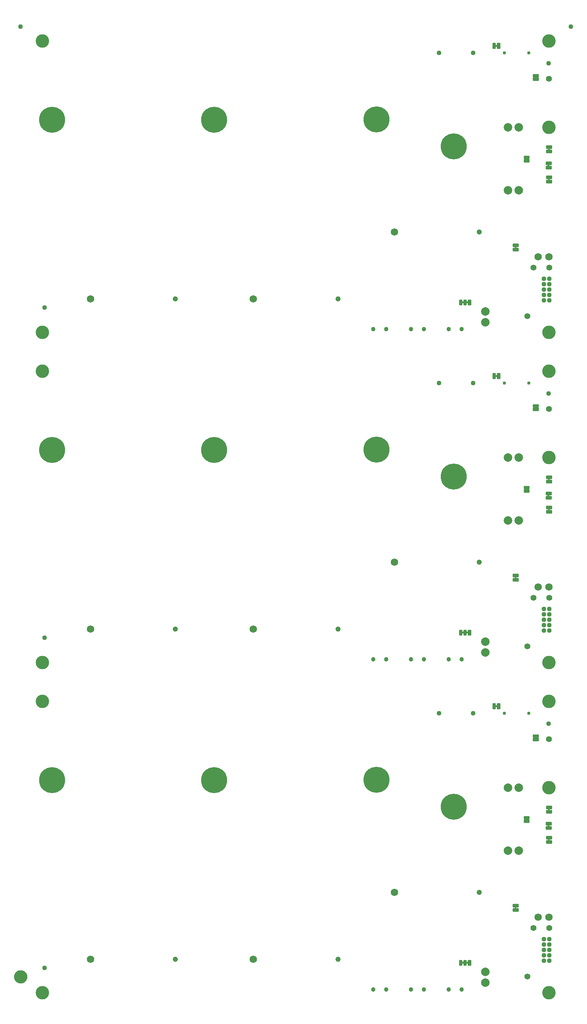
<source format=gbs>
G04 EAGLE Gerber RS-274X export*
G75*
%MOMM*%
%FSLAX34Y34*%
%LPD*%
%INSoldermask Bottom*%
%IPPOS*%
%AMOC8*
5,1,8,0,0,1.08239X$1,22.5*%
G01*
%ADD10C,6.127000*%
%ADD11C,3.175000*%
%ADD12C,1.227000*%
%ADD13C,1.727000*%
%ADD14C,0.777000*%
%ADD15C,1.127000*%
%ADD16C,1.397000*%
%ADD17C,0.228600*%
%ADD18C,2.006600*%
%ADD19C,0.228344*%
%ADD20C,1.027000*%
%ADD21C,1.270000*%
%ADD22C,1.627000*%

G36*
X1220535Y2009152D02*
X1220535Y2009152D01*
X1220601Y2009154D01*
X1220644Y2009172D01*
X1220691Y2009180D01*
X1220748Y2009214D01*
X1220808Y2009239D01*
X1220843Y2009270D01*
X1220884Y2009295D01*
X1220926Y2009346D01*
X1220974Y2009390D01*
X1220996Y2009432D01*
X1221025Y2009469D01*
X1221046Y2009531D01*
X1221077Y2009590D01*
X1221085Y2009644D01*
X1221097Y2009681D01*
X1221096Y2009721D01*
X1221104Y2009775D01*
X1221104Y2013585D01*
X1221093Y2013650D01*
X1221091Y2013716D01*
X1221073Y2013759D01*
X1221065Y2013806D01*
X1221031Y2013863D01*
X1221006Y2013923D01*
X1220975Y2013958D01*
X1220950Y2013999D01*
X1220899Y2014041D01*
X1220855Y2014089D01*
X1220813Y2014111D01*
X1220776Y2014140D01*
X1220714Y2014161D01*
X1220655Y2014192D01*
X1220601Y2014200D01*
X1220564Y2014212D01*
X1220524Y2014211D01*
X1220470Y2014219D01*
X1217930Y2014219D01*
X1217865Y2014208D01*
X1217799Y2014206D01*
X1217756Y2014188D01*
X1217709Y2014180D01*
X1217652Y2014146D01*
X1217592Y2014121D01*
X1217557Y2014090D01*
X1217516Y2014065D01*
X1217475Y2014014D01*
X1217426Y2013970D01*
X1217404Y2013928D01*
X1217375Y2013891D01*
X1217354Y2013829D01*
X1217323Y2013770D01*
X1217315Y2013716D01*
X1217303Y2013679D01*
X1217303Y2013675D01*
X1217303Y2013674D01*
X1217304Y2013639D01*
X1217296Y2013585D01*
X1217296Y2009775D01*
X1217307Y2009710D01*
X1217309Y2009644D01*
X1217327Y2009601D01*
X1217335Y2009554D01*
X1217369Y2009497D01*
X1217394Y2009437D01*
X1217425Y2009402D01*
X1217450Y2009361D01*
X1217501Y2009320D01*
X1217545Y2009271D01*
X1217587Y2009249D01*
X1217624Y2009220D01*
X1217686Y2009199D01*
X1217745Y2009168D01*
X1217799Y2009160D01*
X1217836Y2009148D01*
X1217876Y2009149D01*
X1217930Y2009141D01*
X1220470Y2009141D01*
X1220535Y2009152D01*
G37*
G36*
X1219265Y1971052D02*
X1219265Y1971052D01*
X1219331Y1971054D01*
X1219374Y1971072D01*
X1219421Y1971080D01*
X1219478Y1971114D01*
X1219538Y1971139D01*
X1219573Y1971170D01*
X1219614Y1971195D01*
X1219656Y1971246D01*
X1219704Y1971290D01*
X1219726Y1971332D01*
X1219755Y1971369D01*
X1219776Y1971431D01*
X1219807Y1971490D01*
X1219815Y1971544D01*
X1219827Y1971581D01*
X1219826Y1971621D01*
X1219834Y1971675D01*
X1219834Y1975485D01*
X1219823Y1975550D01*
X1219821Y1975616D01*
X1219803Y1975659D01*
X1219795Y1975706D01*
X1219761Y1975763D01*
X1219736Y1975823D01*
X1219705Y1975858D01*
X1219680Y1975899D01*
X1219629Y1975941D01*
X1219585Y1975989D01*
X1219543Y1976011D01*
X1219506Y1976040D01*
X1219444Y1976061D01*
X1219385Y1976092D01*
X1219331Y1976100D01*
X1219294Y1976112D01*
X1219254Y1976111D01*
X1219200Y1976119D01*
X1216660Y1976119D01*
X1216595Y1976108D01*
X1216529Y1976106D01*
X1216486Y1976088D01*
X1216439Y1976080D01*
X1216382Y1976046D01*
X1216322Y1976021D01*
X1216287Y1975990D01*
X1216246Y1975965D01*
X1216205Y1975914D01*
X1216156Y1975870D01*
X1216134Y1975828D01*
X1216105Y1975791D01*
X1216084Y1975729D01*
X1216053Y1975670D01*
X1216045Y1975616D01*
X1216033Y1975579D01*
X1216033Y1975575D01*
X1216033Y1975574D01*
X1216034Y1975539D01*
X1216026Y1975485D01*
X1216026Y1971675D01*
X1216037Y1971610D01*
X1216039Y1971544D01*
X1216057Y1971501D01*
X1216065Y1971454D01*
X1216099Y1971397D01*
X1216124Y1971337D01*
X1216155Y1971302D01*
X1216180Y1971261D01*
X1216231Y1971220D01*
X1216275Y1971171D01*
X1216317Y1971149D01*
X1216354Y1971120D01*
X1216416Y1971099D01*
X1216475Y1971068D01*
X1216529Y1971060D01*
X1216566Y1971048D01*
X1216606Y1971049D01*
X1216660Y1971041D01*
X1219200Y1971041D01*
X1219265Y1971052D01*
G37*
G36*
X1220535Y1938032D02*
X1220535Y1938032D01*
X1220601Y1938034D01*
X1220644Y1938052D01*
X1220691Y1938060D01*
X1220748Y1938094D01*
X1220808Y1938119D01*
X1220843Y1938150D01*
X1220884Y1938175D01*
X1220926Y1938226D01*
X1220974Y1938270D01*
X1220996Y1938312D01*
X1221025Y1938349D01*
X1221046Y1938411D01*
X1221077Y1938470D01*
X1221085Y1938524D01*
X1221097Y1938561D01*
X1221096Y1938601D01*
X1221104Y1938655D01*
X1221104Y1942465D01*
X1221093Y1942530D01*
X1221091Y1942596D01*
X1221073Y1942639D01*
X1221065Y1942686D01*
X1221031Y1942743D01*
X1221006Y1942803D01*
X1220975Y1942838D01*
X1220950Y1942879D01*
X1220899Y1942921D01*
X1220855Y1942969D01*
X1220813Y1942991D01*
X1220776Y1943020D01*
X1220714Y1943041D01*
X1220655Y1943072D01*
X1220601Y1943080D01*
X1220564Y1943092D01*
X1220524Y1943091D01*
X1220470Y1943099D01*
X1217930Y1943099D01*
X1217865Y1943088D01*
X1217799Y1943086D01*
X1217756Y1943068D01*
X1217709Y1943060D01*
X1217652Y1943026D01*
X1217592Y1943001D01*
X1217557Y1942970D01*
X1217516Y1942945D01*
X1217475Y1942894D01*
X1217426Y1942850D01*
X1217404Y1942808D01*
X1217375Y1942771D01*
X1217354Y1942709D01*
X1217323Y1942650D01*
X1217315Y1942596D01*
X1217303Y1942559D01*
X1217303Y1942555D01*
X1217303Y1942554D01*
X1217304Y1942519D01*
X1217296Y1942465D01*
X1217296Y1938655D01*
X1217307Y1938590D01*
X1217309Y1938524D01*
X1217327Y1938481D01*
X1217335Y1938434D01*
X1217369Y1938377D01*
X1217394Y1938317D01*
X1217425Y1938282D01*
X1217450Y1938241D01*
X1217501Y1938200D01*
X1217545Y1938151D01*
X1217587Y1938129D01*
X1217624Y1938100D01*
X1217686Y1938079D01*
X1217745Y1938048D01*
X1217799Y1938040D01*
X1217836Y1938028D01*
X1217876Y1938029D01*
X1217930Y1938021D01*
X1220470Y1938021D01*
X1220535Y1938032D01*
G37*
G36*
X1141795Y1778012D02*
X1141795Y1778012D01*
X1141861Y1778014D01*
X1141904Y1778032D01*
X1141951Y1778040D01*
X1142008Y1778074D01*
X1142068Y1778099D01*
X1142103Y1778130D01*
X1142144Y1778155D01*
X1142186Y1778206D01*
X1142234Y1778250D01*
X1142256Y1778292D01*
X1142285Y1778329D01*
X1142306Y1778391D01*
X1142337Y1778450D01*
X1142345Y1778504D01*
X1142357Y1778541D01*
X1142356Y1778581D01*
X1142364Y1778635D01*
X1142364Y1782445D01*
X1142353Y1782510D01*
X1142351Y1782576D01*
X1142333Y1782619D01*
X1142325Y1782666D01*
X1142291Y1782723D01*
X1142266Y1782783D01*
X1142235Y1782818D01*
X1142210Y1782859D01*
X1142159Y1782901D01*
X1142115Y1782949D01*
X1142073Y1782971D01*
X1142036Y1783000D01*
X1141974Y1783021D01*
X1141915Y1783052D01*
X1141861Y1783060D01*
X1141824Y1783072D01*
X1141784Y1783071D01*
X1141730Y1783079D01*
X1139190Y1783079D01*
X1139125Y1783068D01*
X1139059Y1783066D01*
X1139016Y1783048D01*
X1138969Y1783040D01*
X1138912Y1783006D01*
X1138852Y1782981D01*
X1138817Y1782950D01*
X1138776Y1782925D01*
X1138735Y1782874D01*
X1138686Y1782830D01*
X1138664Y1782788D01*
X1138635Y1782751D01*
X1138614Y1782689D01*
X1138583Y1782630D01*
X1138575Y1782576D01*
X1138563Y1782539D01*
X1138563Y1782535D01*
X1138563Y1782534D01*
X1138564Y1782499D01*
X1138556Y1782445D01*
X1138556Y1778635D01*
X1138567Y1778570D01*
X1138569Y1778504D01*
X1138587Y1778461D01*
X1138595Y1778414D01*
X1138629Y1778357D01*
X1138654Y1778297D01*
X1138685Y1778262D01*
X1138710Y1778221D01*
X1138761Y1778180D01*
X1138805Y1778131D01*
X1138847Y1778109D01*
X1138884Y1778080D01*
X1138946Y1778059D01*
X1139005Y1778028D01*
X1139059Y1778020D01*
X1139096Y1778008D01*
X1139136Y1778009D01*
X1139190Y1778001D01*
X1141730Y1778001D01*
X1141795Y1778012D01*
G37*
G36*
X1220535Y1231912D02*
X1220535Y1231912D01*
X1220601Y1231914D01*
X1220644Y1231932D01*
X1220691Y1231940D01*
X1220748Y1231974D01*
X1220808Y1231999D01*
X1220843Y1232030D01*
X1220884Y1232055D01*
X1220926Y1232106D01*
X1220974Y1232150D01*
X1220996Y1232192D01*
X1221025Y1232229D01*
X1221046Y1232291D01*
X1221077Y1232350D01*
X1221085Y1232404D01*
X1221097Y1232441D01*
X1221096Y1232481D01*
X1221104Y1232535D01*
X1221104Y1236345D01*
X1221093Y1236410D01*
X1221091Y1236476D01*
X1221073Y1236519D01*
X1221065Y1236566D01*
X1221031Y1236623D01*
X1221006Y1236683D01*
X1220975Y1236718D01*
X1220950Y1236759D01*
X1220899Y1236801D01*
X1220855Y1236849D01*
X1220813Y1236871D01*
X1220776Y1236900D01*
X1220714Y1236921D01*
X1220655Y1236952D01*
X1220601Y1236960D01*
X1220564Y1236972D01*
X1220524Y1236971D01*
X1220470Y1236979D01*
X1217930Y1236979D01*
X1217865Y1236968D01*
X1217799Y1236966D01*
X1217756Y1236948D01*
X1217709Y1236940D01*
X1217652Y1236906D01*
X1217592Y1236881D01*
X1217557Y1236850D01*
X1217516Y1236825D01*
X1217475Y1236774D01*
X1217426Y1236730D01*
X1217404Y1236688D01*
X1217375Y1236651D01*
X1217354Y1236589D01*
X1217323Y1236530D01*
X1217315Y1236476D01*
X1217303Y1236439D01*
X1217303Y1236435D01*
X1217303Y1236434D01*
X1217304Y1236399D01*
X1217296Y1236345D01*
X1217296Y1232535D01*
X1217307Y1232470D01*
X1217309Y1232404D01*
X1217327Y1232361D01*
X1217335Y1232314D01*
X1217369Y1232257D01*
X1217394Y1232197D01*
X1217425Y1232162D01*
X1217450Y1232121D01*
X1217501Y1232080D01*
X1217545Y1232031D01*
X1217587Y1232009D01*
X1217624Y1231980D01*
X1217686Y1231959D01*
X1217745Y1231928D01*
X1217799Y1231920D01*
X1217836Y1231908D01*
X1217876Y1231909D01*
X1217930Y1231901D01*
X1220470Y1231901D01*
X1220535Y1231912D01*
G37*
G36*
X1219265Y1193812D02*
X1219265Y1193812D01*
X1219331Y1193814D01*
X1219374Y1193832D01*
X1219421Y1193840D01*
X1219478Y1193874D01*
X1219538Y1193899D01*
X1219573Y1193930D01*
X1219614Y1193955D01*
X1219656Y1194006D01*
X1219704Y1194050D01*
X1219726Y1194092D01*
X1219755Y1194129D01*
X1219776Y1194191D01*
X1219807Y1194250D01*
X1219815Y1194304D01*
X1219827Y1194341D01*
X1219826Y1194381D01*
X1219834Y1194435D01*
X1219834Y1198245D01*
X1219823Y1198310D01*
X1219821Y1198376D01*
X1219803Y1198419D01*
X1219795Y1198466D01*
X1219761Y1198523D01*
X1219736Y1198583D01*
X1219705Y1198618D01*
X1219680Y1198659D01*
X1219629Y1198701D01*
X1219585Y1198749D01*
X1219543Y1198771D01*
X1219506Y1198800D01*
X1219444Y1198821D01*
X1219385Y1198852D01*
X1219331Y1198860D01*
X1219294Y1198872D01*
X1219254Y1198871D01*
X1219200Y1198879D01*
X1216660Y1198879D01*
X1216595Y1198868D01*
X1216529Y1198866D01*
X1216486Y1198848D01*
X1216439Y1198840D01*
X1216382Y1198806D01*
X1216322Y1198781D01*
X1216287Y1198750D01*
X1216246Y1198725D01*
X1216205Y1198674D01*
X1216156Y1198630D01*
X1216134Y1198588D01*
X1216105Y1198551D01*
X1216084Y1198489D01*
X1216053Y1198430D01*
X1216045Y1198376D01*
X1216033Y1198339D01*
X1216033Y1198335D01*
X1216033Y1198334D01*
X1216034Y1198299D01*
X1216026Y1198245D01*
X1216026Y1194435D01*
X1216037Y1194370D01*
X1216039Y1194304D01*
X1216057Y1194261D01*
X1216065Y1194214D01*
X1216099Y1194157D01*
X1216124Y1194097D01*
X1216155Y1194062D01*
X1216180Y1194021D01*
X1216231Y1193980D01*
X1216275Y1193931D01*
X1216317Y1193909D01*
X1216354Y1193880D01*
X1216416Y1193859D01*
X1216475Y1193828D01*
X1216529Y1193820D01*
X1216566Y1193808D01*
X1216606Y1193809D01*
X1216660Y1193801D01*
X1219200Y1193801D01*
X1219265Y1193812D01*
G37*
G36*
X1220535Y1160792D02*
X1220535Y1160792D01*
X1220601Y1160794D01*
X1220644Y1160812D01*
X1220691Y1160820D01*
X1220748Y1160854D01*
X1220808Y1160879D01*
X1220843Y1160910D01*
X1220884Y1160935D01*
X1220926Y1160986D01*
X1220974Y1161030D01*
X1220996Y1161072D01*
X1221025Y1161109D01*
X1221046Y1161171D01*
X1221077Y1161230D01*
X1221085Y1161284D01*
X1221097Y1161321D01*
X1221096Y1161361D01*
X1221104Y1161415D01*
X1221104Y1165225D01*
X1221093Y1165290D01*
X1221091Y1165356D01*
X1221073Y1165399D01*
X1221065Y1165446D01*
X1221031Y1165503D01*
X1221006Y1165563D01*
X1220975Y1165598D01*
X1220950Y1165639D01*
X1220899Y1165681D01*
X1220855Y1165729D01*
X1220813Y1165751D01*
X1220776Y1165780D01*
X1220714Y1165801D01*
X1220655Y1165832D01*
X1220601Y1165840D01*
X1220564Y1165852D01*
X1220524Y1165851D01*
X1220470Y1165859D01*
X1217930Y1165859D01*
X1217865Y1165848D01*
X1217799Y1165846D01*
X1217756Y1165828D01*
X1217709Y1165820D01*
X1217652Y1165786D01*
X1217592Y1165761D01*
X1217557Y1165730D01*
X1217516Y1165705D01*
X1217475Y1165654D01*
X1217426Y1165610D01*
X1217404Y1165568D01*
X1217375Y1165531D01*
X1217354Y1165469D01*
X1217323Y1165410D01*
X1217315Y1165356D01*
X1217303Y1165319D01*
X1217303Y1165315D01*
X1217303Y1165314D01*
X1217304Y1165279D01*
X1217296Y1165225D01*
X1217296Y1161415D01*
X1217307Y1161350D01*
X1217309Y1161284D01*
X1217327Y1161241D01*
X1217335Y1161194D01*
X1217369Y1161137D01*
X1217394Y1161077D01*
X1217425Y1161042D01*
X1217450Y1161001D01*
X1217501Y1160960D01*
X1217545Y1160911D01*
X1217587Y1160889D01*
X1217624Y1160860D01*
X1217686Y1160839D01*
X1217745Y1160808D01*
X1217799Y1160800D01*
X1217836Y1160788D01*
X1217876Y1160789D01*
X1217930Y1160781D01*
X1220470Y1160781D01*
X1220535Y1160792D01*
G37*
G36*
X1141795Y1000772D02*
X1141795Y1000772D01*
X1141861Y1000774D01*
X1141904Y1000792D01*
X1141951Y1000800D01*
X1142008Y1000834D01*
X1142068Y1000859D01*
X1142103Y1000890D01*
X1142144Y1000915D01*
X1142186Y1000966D01*
X1142234Y1001010D01*
X1142256Y1001052D01*
X1142285Y1001089D01*
X1142306Y1001151D01*
X1142337Y1001210D01*
X1142345Y1001264D01*
X1142357Y1001301D01*
X1142356Y1001341D01*
X1142364Y1001395D01*
X1142364Y1005205D01*
X1142353Y1005270D01*
X1142351Y1005336D01*
X1142333Y1005379D01*
X1142325Y1005426D01*
X1142291Y1005483D01*
X1142266Y1005543D01*
X1142235Y1005578D01*
X1142210Y1005619D01*
X1142159Y1005661D01*
X1142115Y1005709D01*
X1142073Y1005731D01*
X1142036Y1005760D01*
X1141974Y1005781D01*
X1141915Y1005812D01*
X1141861Y1005820D01*
X1141824Y1005832D01*
X1141784Y1005831D01*
X1141730Y1005839D01*
X1139190Y1005839D01*
X1139125Y1005828D01*
X1139059Y1005826D01*
X1139016Y1005808D01*
X1138969Y1005800D01*
X1138912Y1005766D01*
X1138852Y1005741D01*
X1138817Y1005710D01*
X1138776Y1005685D01*
X1138735Y1005634D01*
X1138686Y1005590D01*
X1138664Y1005548D01*
X1138635Y1005511D01*
X1138614Y1005449D01*
X1138583Y1005390D01*
X1138575Y1005336D01*
X1138563Y1005299D01*
X1138563Y1005295D01*
X1138563Y1005294D01*
X1138564Y1005259D01*
X1138556Y1005205D01*
X1138556Y1001395D01*
X1138567Y1001330D01*
X1138569Y1001264D01*
X1138587Y1001221D01*
X1138595Y1001174D01*
X1138629Y1001117D01*
X1138654Y1001057D01*
X1138685Y1001022D01*
X1138710Y1000981D01*
X1138761Y1000940D01*
X1138805Y1000891D01*
X1138847Y1000869D01*
X1138884Y1000840D01*
X1138946Y1000819D01*
X1139005Y1000788D01*
X1139059Y1000780D01*
X1139096Y1000768D01*
X1139136Y1000769D01*
X1139190Y1000761D01*
X1141730Y1000761D01*
X1141795Y1000772D01*
G37*
G36*
X1220535Y454672D02*
X1220535Y454672D01*
X1220601Y454674D01*
X1220644Y454692D01*
X1220691Y454700D01*
X1220748Y454734D01*
X1220808Y454759D01*
X1220843Y454790D01*
X1220884Y454815D01*
X1220926Y454866D01*
X1220974Y454910D01*
X1220996Y454952D01*
X1221025Y454989D01*
X1221046Y455051D01*
X1221077Y455110D01*
X1221085Y455164D01*
X1221097Y455201D01*
X1221096Y455241D01*
X1221104Y455295D01*
X1221104Y459105D01*
X1221093Y459170D01*
X1221091Y459236D01*
X1221073Y459279D01*
X1221065Y459326D01*
X1221031Y459383D01*
X1221006Y459443D01*
X1220975Y459478D01*
X1220950Y459519D01*
X1220899Y459561D01*
X1220855Y459609D01*
X1220813Y459631D01*
X1220776Y459660D01*
X1220714Y459681D01*
X1220655Y459712D01*
X1220601Y459720D01*
X1220564Y459732D01*
X1220524Y459731D01*
X1220470Y459739D01*
X1217930Y459739D01*
X1217865Y459728D01*
X1217799Y459726D01*
X1217756Y459708D01*
X1217709Y459700D01*
X1217652Y459666D01*
X1217592Y459641D01*
X1217557Y459610D01*
X1217516Y459585D01*
X1217475Y459534D01*
X1217426Y459490D01*
X1217404Y459448D01*
X1217375Y459411D01*
X1217354Y459349D01*
X1217323Y459290D01*
X1217315Y459236D01*
X1217303Y459199D01*
X1217303Y459195D01*
X1217303Y459194D01*
X1217304Y459159D01*
X1217296Y459105D01*
X1217296Y455295D01*
X1217307Y455230D01*
X1217309Y455164D01*
X1217327Y455121D01*
X1217335Y455074D01*
X1217369Y455017D01*
X1217394Y454957D01*
X1217425Y454922D01*
X1217450Y454881D01*
X1217501Y454840D01*
X1217545Y454791D01*
X1217587Y454769D01*
X1217624Y454740D01*
X1217686Y454719D01*
X1217745Y454688D01*
X1217799Y454680D01*
X1217836Y454668D01*
X1217876Y454669D01*
X1217930Y454661D01*
X1220470Y454661D01*
X1220535Y454672D01*
G37*
G36*
X1219265Y416572D02*
X1219265Y416572D01*
X1219331Y416574D01*
X1219374Y416592D01*
X1219421Y416600D01*
X1219478Y416634D01*
X1219538Y416659D01*
X1219573Y416690D01*
X1219614Y416715D01*
X1219656Y416766D01*
X1219704Y416810D01*
X1219726Y416852D01*
X1219755Y416889D01*
X1219776Y416951D01*
X1219807Y417010D01*
X1219815Y417064D01*
X1219827Y417101D01*
X1219826Y417141D01*
X1219834Y417195D01*
X1219834Y421005D01*
X1219823Y421070D01*
X1219821Y421136D01*
X1219803Y421179D01*
X1219795Y421226D01*
X1219761Y421283D01*
X1219736Y421343D01*
X1219705Y421378D01*
X1219680Y421419D01*
X1219629Y421461D01*
X1219585Y421509D01*
X1219543Y421531D01*
X1219506Y421560D01*
X1219444Y421581D01*
X1219385Y421612D01*
X1219331Y421620D01*
X1219294Y421632D01*
X1219254Y421631D01*
X1219200Y421639D01*
X1216660Y421639D01*
X1216595Y421628D01*
X1216529Y421626D01*
X1216486Y421608D01*
X1216439Y421600D01*
X1216382Y421566D01*
X1216322Y421541D01*
X1216287Y421510D01*
X1216246Y421485D01*
X1216205Y421434D01*
X1216156Y421390D01*
X1216134Y421348D01*
X1216105Y421311D01*
X1216084Y421249D01*
X1216053Y421190D01*
X1216045Y421136D01*
X1216033Y421099D01*
X1216033Y421095D01*
X1216033Y421094D01*
X1216034Y421059D01*
X1216026Y421005D01*
X1216026Y417195D01*
X1216037Y417130D01*
X1216039Y417064D01*
X1216057Y417021D01*
X1216065Y416974D01*
X1216099Y416917D01*
X1216124Y416857D01*
X1216155Y416822D01*
X1216180Y416781D01*
X1216231Y416740D01*
X1216275Y416691D01*
X1216317Y416669D01*
X1216354Y416640D01*
X1216416Y416619D01*
X1216475Y416588D01*
X1216529Y416580D01*
X1216566Y416568D01*
X1216606Y416569D01*
X1216660Y416561D01*
X1219200Y416561D01*
X1219265Y416572D01*
G37*
G36*
X1220535Y383552D02*
X1220535Y383552D01*
X1220601Y383554D01*
X1220644Y383572D01*
X1220691Y383580D01*
X1220748Y383614D01*
X1220808Y383639D01*
X1220843Y383670D01*
X1220884Y383695D01*
X1220926Y383746D01*
X1220974Y383790D01*
X1220996Y383832D01*
X1221025Y383869D01*
X1221046Y383931D01*
X1221077Y383990D01*
X1221085Y384044D01*
X1221097Y384081D01*
X1221096Y384121D01*
X1221104Y384175D01*
X1221104Y387985D01*
X1221093Y388050D01*
X1221091Y388116D01*
X1221073Y388159D01*
X1221065Y388206D01*
X1221031Y388263D01*
X1221006Y388323D01*
X1220975Y388358D01*
X1220950Y388399D01*
X1220899Y388441D01*
X1220855Y388489D01*
X1220813Y388511D01*
X1220776Y388540D01*
X1220714Y388561D01*
X1220655Y388592D01*
X1220601Y388600D01*
X1220564Y388612D01*
X1220524Y388611D01*
X1220470Y388619D01*
X1217930Y388619D01*
X1217865Y388608D01*
X1217799Y388606D01*
X1217756Y388588D01*
X1217709Y388580D01*
X1217652Y388546D01*
X1217592Y388521D01*
X1217557Y388490D01*
X1217516Y388465D01*
X1217475Y388414D01*
X1217426Y388370D01*
X1217404Y388328D01*
X1217375Y388291D01*
X1217354Y388229D01*
X1217323Y388170D01*
X1217315Y388116D01*
X1217303Y388079D01*
X1217303Y388075D01*
X1217303Y388074D01*
X1217304Y388039D01*
X1217296Y387985D01*
X1217296Y384175D01*
X1217307Y384110D01*
X1217309Y384044D01*
X1217327Y384001D01*
X1217335Y383954D01*
X1217369Y383897D01*
X1217394Y383837D01*
X1217425Y383802D01*
X1217450Y383761D01*
X1217501Y383720D01*
X1217545Y383671D01*
X1217587Y383649D01*
X1217624Y383620D01*
X1217686Y383599D01*
X1217745Y383568D01*
X1217799Y383560D01*
X1217836Y383548D01*
X1217876Y383549D01*
X1217930Y383541D01*
X1220470Y383541D01*
X1220535Y383552D01*
G37*
G36*
X1141795Y223532D02*
X1141795Y223532D01*
X1141861Y223534D01*
X1141904Y223552D01*
X1141951Y223560D01*
X1142008Y223594D01*
X1142068Y223619D01*
X1142103Y223650D01*
X1142144Y223675D01*
X1142186Y223726D01*
X1142234Y223770D01*
X1142256Y223812D01*
X1142285Y223849D01*
X1142306Y223911D01*
X1142337Y223970D01*
X1142345Y224024D01*
X1142357Y224061D01*
X1142356Y224101D01*
X1142364Y224155D01*
X1142364Y227965D01*
X1142353Y228030D01*
X1142351Y228096D01*
X1142333Y228139D01*
X1142325Y228186D01*
X1142291Y228243D01*
X1142266Y228303D01*
X1142235Y228338D01*
X1142210Y228379D01*
X1142159Y228421D01*
X1142115Y228469D01*
X1142073Y228491D01*
X1142036Y228520D01*
X1141974Y228541D01*
X1141915Y228572D01*
X1141861Y228580D01*
X1141824Y228592D01*
X1141784Y228591D01*
X1141730Y228599D01*
X1139190Y228599D01*
X1139125Y228588D01*
X1139059Y228586D01*
X1139016Y228568D01*
X1138969Y228560D01*
X1138912Y228526D01*
X1138852Y228501D01*
X1138817Y228470D01*
X1138776Y228445D01*
X1138735Y228394D01*
X1138686Y228350D01*
X1138664Y228308D01*
X1138635Y228271D01*
X1138614Y228209D01*
X1138583Y228150D01*
X1138575Y228096D01*
X1138563Y228059D01*
X1138563Y228055D01*
X1138563Y228054D01*
X1138564Y228019D01*
X1138556Y227965D01*
X1138556Y224155D01*
X1138567Y224090D01*
X1138569Y224024D01*
X1138587Y223981D01*
X1138595Y223934D01*
X1138629Y223877D01*
X1138654Y223817D01*
X1138685Y223782D01*
X1138710Y223741D01*
X1138761Y223700D01*
X1138805Y223651D01*
X1138847Y223629D01*
X1138884Y223600D01*
X1138946Y223579D01*
X1139005Y223548D01*
X1139059Y223540D01*
X1139096Y223528D01*
X1139136Y223529D01*
X1139190Y223521D01*
X1141730Y223521D01*
X1141795Y223532D01*
G37*
G36*
X1096710Y2252865D02*
X1096710Y2252865D01*
X1096776Y2252867D01*
X1096819Y2252885D01*
X1096866Y2252893D01*
X1096923Y2252927D01*
X1096983Y2252952D01*
X1097018Y2252983D01*
X1097059Y2253008D01*
X1097101Y2253059D01*
X1097149Y2253103D01*
X1097171Y2253145D01*
X1097200Y2253182D01*
X1097221Y2253244D01*
X1097252Y2253303D01*
X1097260Y2253357D01*
X1097272Y2253394D01*
X1097271Y2253434D01*
X1097279Y2253488D01*
X1097279Y2256028D01*
X1097268Y2256093D01*
X1097266Y2256159D01*
X1097248Y2256202D01*
X1097240Y2256249D01*
X1097206Y2256306D01*
X1097181Y2256366D01*
X1097150Y2256401D01*
X1097125Y2256442D01*
X1097074Y2256484D01*
X1097030Y2256532D01*
X1096988Y2256554D01*
X1096951Y2256583D01*
X1096889Y2256604D01*
X1096830Y2256635D01*
X1096776Y2256643D01*
X1096739Y2256655D01*
X1096699Y2256654D01*
X1096645Y2256662D01*
X1092835Y2256662D01*
X1092770Y2256651D01*
X1092704Y2256649D01*
X1092661Y2256631D01*
X1092614Y2256623D01*
X1092557Y2256589D01*
X1092497Y2256564D01*
X1092462Y2256533D01*
X1092421Y2256508D01*
X1092380Y2256457D01*
X1092331Y2256413D01*
X1092309Y2256371D01*
X1092280Y2256334D01*
X1092259Y2256272D01*
X1092228Y2256213D01*
X1092220Y2256159D01*
X1092208Y2256122D01*
X1092208Y2256119D01*
X1092209Y2256082D01*
X1092201Y2256028D01*
X1092201Y2253488D01*
X1092212Y2253423D01*
X1092214Y2253357D01*
X1092232Y2253314D01*
X1092240Y2253267D01*
X1092274Y2253210D01*
X1092299Y2253150D01*
X1092330Y2253115D01*
X1092355Y2253074D01*
X1092406Y2253033D01*
X1092450Y2252984D01*
X1092492Y2252962D01*
X1092529Y2252933D01*
X1092591Y2252912D01*
X1092650Y2252881D01*
X1092704Y2252873D01*
X1092741Y2252861D01*
X1092781Y2252862D01*
X1092835Y2252854D01*
X1096645Y2252854D01*
X1096710Y2252865D01*
G37*
G36*
X1028130Y1649107D02*
X1028130Y1649107D01*
X1028196Y1649109D01*
X1028239Y1649127D01*
X1028286Y1649135D01*
X1028343Y1649169D01*
X1028403Y1649194D01*
X1028438Y1649225D01*
X1028479Y1649250D01*
X1028521Y1649301D01*
X1028569Y1649345D01*
X1028591Y1649387D01*
X1028620Y1649424D01*
X1028641Y1649486D01*
X1028672Y1649545D01*
X1028680Y1649599D01*
X1028692Y1649636D01*
X1028691Y1649676D01*
X1028699Y1649730D01*
X1028699Y1652270D01*
X1028688Y1652335D01*
X1028686Y1652401D01*
X1028668Y1652444D01*
X1028660Y1652491D01*
X1028626Y1652548D01*
X1028601Y1652608D01*
X1028570Y1652643D01*
X1028545Y1652684D01*
X1028494Y1652726D01*
X1028450Y1652774D01*
X1028408Y1652796D01*
X1028371Y1652825D01*
X1028309Y1652846D01*
X1028250Y1652877D01*
X1028196Y1652885D01*
X1028159Y1652897D01*
X1028119Y1652896D01*
X1028065Y1652904D01*
X1024255Y1652904D01*
X1024190Y1652893D01*
X1024124Y1652891D01*
X1024081Y1652873D01*
X1024034Y1652865D01*
X1023977Y1652831D01*
X1023917Y1652806D01*
X1023882Y1652775D01*
X1023841Y1652750D01*
X1023800Y1652699D01*
X1023751Y1652655D01*
X1023729Y1652613D01*
X1023700Y1652576D01*
X1023679Y1652514D01*
X1023648Y1652455D01*
X1023640Y1652401D01*
X1023628Y1652364D01*
X1023628Y1652361D01*
X1023629Y1652324D01*
X1023621Y1652270D01*
X1023621Y1649730D01*
X1023632Y1649665D01*
X1023634Y1649599D01*
X1023652Y1649556D01*
X1023660Y1649509D01*
X1023694Y1649452D01*
X1023719Y1649392D01*
X1023750Y1649357D01*
X1023775Y1649316D01*
X1023826Y1649275D01*
X1023870Y1649226D01*
X1023912Y1649204D01*
X1023949Y1649175D01*
X1024011Y1649154D01*
X1024070Y1649123D01*
X1024124Y1649115D01*
X1024161Y1649103D01*
X1024201Y1649104D01*
X1024255Y1649096D01*
X1028065Y1649096D01*
X1028130Y1649107D01*
G37*
G36*
X1017970Y1649107D02*
X1017970Y1649107D01*
X1018036Y1649109D01*
X1018079Y1649127D01*
X1018126Y1649135D01*
X1018183Y1649169D01*
X1018243Y1649194D01*
X1018278Y1649225D01*
X1018319Y1649250D01*
X1018361Y1649301D01*
X1018409Y1649345D01*
X1018431Y1649387D01*
X1018460Y1649424D01*
X1018481Y1649486D01*
X1018512Y1649545D01*
X1018520Y1649599D01*
X1018532Y1649636D01*
X1018531Y1649676D01*
X1018539Y1649730D01*
X1018539Y1652270D01*
X1018528Y1652335D01*
X1018526Y1652401D01*
X1018508Y1652444D01*
X1018500Y1652491D01*
X1018466Y1652548D01*
X1018441Y1652608D01*
X1018410Y1652643D01*
X1018385Y1652684D01*
X1018334Y1652726D01*
X1018290Y1652774D01*
X1018248Y1652796D01*
X1018211Y1652825D01*
X1018149Y1652846D01*
X1018090Y1652877D01*
X1018036Y1652885D01*
X1017999Y1652897D01*
X1017959Y1652896D01*
X1017905Y1652904D01*
X1014095Y1652904D01*
X1014030Y1652893D01*
X1013964Y1652891D01*
X1013921Y1652873D01*
X1013874Y1652865D01*
X1013817Y1652831D01*
X1013757Y1652806D01*
X1013722Y1652775D01*
X1013681Y1652750D01*
X1013640Y1652699D01*
X1013591Y1652655D01*
X1013569Y1652613D01*
X1013540Y1652576D01*
X1013519Y1652514D01*
X1013488Y1652455D01*
X1013480Y1652401D01*
X1013468Y1652364D01*
X1013468Y1652361D01*
X1013469Y1652324D01*
X1013461Y1652270D01*
X1013461Y1649730D01*
X1013472Y1649665D01*
X1013474Y1649599D01*
X1013492Y1649556D01*
X1013500Y1649509D01*
X1013534Y1649452D01*
X1013559Y1649392D01*
X1013590Y1649357D01*
X1013615Y1649316D01*
X1013666Y1649275D01*
X1013710Y1649226D01*
X1013752Y1649204D01*
X1013789Y1649175D01*
X1013851Y1649154D01*
X1013910Y1649123D01*
X1013964Y1649115D01*
X1014001Y1649103D01*
X1014041Y1649104D01*
X1014095Y1649096D01*
X1017905Y1649096D01*
X1017970Y1649107D01*
G37*
G36*
X1096710Y1475625D02*
X1096710Y1475625D01*
X1096776Y1475627D01*
X1096819Y1475645D01*
X1096866Y1475653D01*
X1096923Y1475687D01*
X1096983Y1475712D01*
X1097018Y1475743D01*
X1097059Y1475768D01*
X1097101Y1475819D01*
X1097149Y1475863D01*
X1097171Y1475905D01*
X1097200Y1475942D01*
X1097221Y1476004D01*
X1097252Y1476063D01*
X1097260Y1476117D01*
X1097272Y1476154D01*
X1097271Y1476194D01*
X1097279Y1476248D01*
X1097279Y1478788D01*
X1097268Y1478853D01*
X1097266Y1478919D01*
X1097248Y1478962D01*
X1097240Y1479009D01*
X1097206Y1479066D01*
X1097181Y1479126D01*
X1097150Y1479161D01*
X1097125Y1479202D01*
X1097074Y1479244D01*
X1097030Y1479292D01*
X1096988Y1479314D01*
X1096951Y1479343D01*
X1096889Y1479364D01*
X1096830Y1479395D01*
X1096776Y1479403D01*
X1096739Y1479415D01*
X1096699Y1479414D01*
X1096645Y1479422D01*
X1092835Y1479422D01*
X1092770Y1479411D01*
X1092704Y1479409D01*
X1092661Y1479391D01*
X1092614Y1479383D01*
X1092557Y1479349D01*
X1092497Y1479324D01*
X1092462Y1479293D01*
X1092421Y1479268D01*
X1092380Y1479217D01*
X1092331Y1479173D01*
X1092309Y1479131D01*
X1092280Y1479094D01*
X1092259Y1479032D01*
X1092228Y1478973D01*
X1092220Y1478919D01*
X1092208Y1478882D01*
X1092208Y1478879D01*
X1092209Y1478842D01*
X1092201Y1478788D01*
X1092201Y1476248D01*
X1092212Y1476183D01*
X1092214Y1476117D01*
X1092232Y1476074D01*
X1092240Y1476027D01*
X1092274Y1475970D01*
X1092299Y1475910D01*
X1092330Y1475875D01*
X1092355Y1475834D01*
X1092406Y1475793D01*
X1092450Y1475744D01*
X1092492Y1475722D01*
X1092529Y1475693D01*
X1092591Y1475672D01*
X1092650Y1475641D01*
X1092704Y1475633D01*
X1092741Y1475621D01*
X1092781Y1475622D01*
X1092835Y1475614D01*
X1096645Y1475614D01*
X1096710Y1475625D01*
G37*
G36*
X1017970Y871867D02*
X1017970Y871867D01*
X1018036Y871869D01*
X1018079Y871887D01*
X1018126Y871895D01*
X1018183Y871929D01*
X1018243Y871954D01*
X1018278Y871985D01*
X1018319Y872010D01*
X1018361Y872061D01*
X1018409Y872105D01*
X1018431Y872147D01*
X1018460Y872184D01*
X1018481Y872246D01*
X1018512Y872305D01*
X1018520Y872359D01*
X1018532Y872396D01*
X1018531Y872436D01*
X1018539Y872490D01*
X1018539Y875030D01*
X1018528Y875095D01*
X1018526Y875161D01*
X1018508Y875204D01*
X1018500Y875251D01*
X1018466Y875308D01*
X1018441Y875368D01*
X1018410Y875403D01*
X1018385Y875444D01*
X1018334Y875486D01*
X1018290Y875534D01*
X1018248Y875556D01*
X1018211Y875585D01*
X1018149Y875606D01*
X1018090Y875637D01*
X1018036Y875645D01*
X1017999Y875657D01*
X1017959Y875656D01*
X1017905Y875664D01*
X1014095Y875664D01*
X1014030Y875653D01*
X1013964Y875651D01*
X1013921Y875633D01*
X1013874Y875625D01*
X1013817Y875591D01*
X1013757Y875566D01*
X1013722Y875535D01*
X1013681Y875510D01*
X1013640Y875459D01*
X1013591Y875415D01*
X1013569Y875373D01*
X1013540Y875336D01*
X1013519Y875274D01*
X1013488Y875215D01*
X1013480Y875161D01*
X1013468Y875124D01*
X1013468Y875121D01*
X1013469Y875084D01*
X1013461Y875030D01*
X1013461Y872490D01*
X1013472Y872425D01*
X1013474Y872359D01*
X1013492Y872316D01*
X1013500Y872269D01*
X1013534Y872212D01*
X1013559Y872152D01*
X1013590Y872117D01*
X1013615Y872076D01*
X1013666Y872035D01*
X1013710Y871986D01*
X1013752Y871964D01*
X1013789Y871935D01*
X1013851Y871914D01*
X1013910Y871883D01*
X1013964Y871875D01*
X1014001Y871863D01*
X1014041Y871864D01*
X1014095Y871856D01*
X1017905Y871856D01*
X1017970Y871867D01*
G37*
G36*
X1028130Y871867D02*
X1028130Y871867D01*
X1028196Y871869D01*
X1028239Y871887D01*
X1028286Y871895D01*
X1028343Y871929D01*
X1028403Y871954D01*
X1028438Y871985D01*
X1028479Y872010D01*
X1028521Y872061D01*
X1028569Y872105D01*
X1028591Y872147D01*
X1028620Y872184D01*
X1028641Y872246D01*
X1028672Y872305D01*
X1028680Y872359D01*
X1028692Y872396D01*
X1028691Y872436D01*
X1028699Y872490D01*
X1028699Y875030D01*
X1028688Y875095D01*
X1028686Y875161D01*
X1028668Y875204D01*
X1028660Y875251D01*
X1028626Y875308D01*
X1028601Y875368D01*
X1028570Y875403D01*
X1028545Y875444D01*
X1028494Y875486D01*
X1028450Y875534D01*
X1028408Y875556D01*
X1028371Y875585D01*
X1028309Y875606D01*
X1028250Y875637D01*
X1028196Y875645D01*
X1028159Y875657D01*
X1028119Y875656D01*
X1028065Y875664D01*
X1024255Y875664D01*
X1024190Y875653D01*
X1024124Y875651D01*
X1024081Y875633D01*
X1024034Y875625D01*
X1023977Y875591D01*
X1023917Y875566D01*
X1023882Y875535D01*
X1023841Y875510D01*
X1023800Y875459D01*
X1023751Y875415D01*
X1023729Y875373D01*
X1023700Y875336D01*
X1023679Y875274D01*
X1023648Y875215D01*
X1023640Y875161D01*
X1023628Y875124D01*
X1023628Y875121D01*
X1023629Y875084D01*
X1023621Y875030D01*
X1023621Y872490D01*
X1023632Y872425D01*
X1023634Y872359D01*
X1023652Y872316D01*
X1023660Y872269D01*
X1023694Y872212D01*
X1023719Y872152D01*
X1023750Y872117D01*
X1023775Y872076D01*
X1023826Y872035D01*
X1023870Y871986D01*
X1023912Y871964D01*
X1023949Y871935D01*
X1024011Y871914D01*
X1024070Y871883D01*
X1024124Y871875D01*
X1024161Y871863D01*
X1024201Y871864D01*
X1024255Y871856D01*
X1028065Y871856D01*
X1028130Y871867D01*
G37*
G36*
X1096710Y698385D02*
X1096710Y698385D01*
X1096776Y698387D01*
X1096819Y698405D01*
X1096866Y698413D01*
X1096923Y698447D01*
X1096983Y698472D01*
X1097018Y698503D01*
X1097059Y698528D01*
X1097101Y698579D01*
X1097149Y698623D01*
X1097171Y698665D01*
X1097200Y698702D01*
X1097221Y698764D01*
X1097252Y698823D01*
X1097260Y698877D01*
X1097272Y698914D01*
X1097271Y698954D01*
X1097279Y699008D01*
X1097279Y701548D01*
X1097268Y701613D01*
X1097266Y701679D01*
X1097248Y701722D01*
X1097240Y701769D01*
X1097206Y701826D01*
X1097181Y701886D01*
X1097150Y701921D01*
X1097125Y701962D01*
X1097074Y702004D01*
X1097030Y702052D01*
X1096988Y702074D01*
X1096951Y702103D01*
X1096889Y702124D01*
X1096830Y702155D01*
X1096776Y702163D01*
X1096739Y702175D01*
X1096699Y702174D01*
X1096645Y702182D01*
X1092835Y702182D01*
X1092770Y702171D01*
X1092704Y702169D01*
X1092661Y702151D01*
X1092614Y702143D01*
X1092557Y702109D01*
X1092497Y702084D01*
X1092462Y702053D01*
X1092421Y702028D01*
X1092380Y701977D01*
X1092331Y701933D01*
X1092309Y701891D01*
X1092280Y701854D01*
X1092259Y701792D01*
X1092228Y701733D01*
X1092220Y701679D01*
X1092208Y701642D01*
X1092208Y701639D01*
X1092209Y701602D01*
X1092201Y701548D01*
X1092201Y699008D01*
X1092212Y698943D01*
X1092214Y698877D01*
X1092232Y698834D01*
X1092240Y698787D01*
X1092274Y698730D01*
X1092299Y698670D01*
X1092330Y698635D01*
X1092355Y698594D01*
X1092406Y698553D01*
X1092450Y698504D01*
X1092492Y698482D01*
X1092529Y698453D01*
X1092591Y698432D01*
X1092650Y698401D01*
X1092704Y698393D01*
X1092741Y698381D01*
X1092781Y698382D01*
X1092835Y698374D01*
X1096645Y698374D01*
X1096710Y698385D01*
G37*
G36*
X1028130Y94627D02*
X1028130Y94627D01*
X1028196Y94629D01*
X1028239Y94647D01*
X1028286Y94655D01*
X1028343Y94689D01*
X1028403Y94714D01*
X1028438Y94745D01*
X1028479Y94770D01*
X1028521Y94821D01*
X1028569Y94865D01*
X1028591Y94907D01*
X1028620Y94944D01*
X1028641Y95006D01*
X1028672Y95065D01*
X1028680Y95119D01*
X1028692Y95156D01*
X1028691Y95196D01*
X1028699Y95250D01*
X1028699Y97790D01*
X1028688Y97855D01*
X1028686Y97921D01*
X1028668Y97964D01*
X1028660Y98011D01*
X1028626Y98068D01*
X1028601Y98128D01*
X1028570Y98163D01*
X1028545Y98204D01*
X1028494Y98246D01*
X1028450Y98294D01*
X1028408Y98316D01*
X1028371Y98345D01*
X1028309Y98366D01*
X1028250Y98397D01*
X1028196Y98405D01*
X1028159Y98417D01*
X1028119Y98416D01*
X1028065Y98424D01*
X1024255Y98424D01*
X1024190Y98413D01*
X1024124Y98411D01*
X1024081Y98393D01*
X1024034Y98385D01*
X1023977Y98351D01*
X1023917Y98326D01*
X1023882Y98295D01*
X1023841Y98270D01*
X1023800Y98219D01*
X1023751Y98175D01*
X1023729Y98133D01*
X1023700Y98096D01*
X1023679Y98034D01*
X1023648Y97975D01*
X1023640Y97921D01*
X1023628Y97884D01*
X1023628Y97881D01*
X1023629Y97844D01*
X1023621Y97790D01*
X1023621Y95250D01*
X1023632Y95185D01*
X1023634Y95119D01*
X1023652Y95076D01*
X1023660Y95029D01*
X1023694Y94972D01*
X1023719Y94912D01*
X1023750Y94877D01*
X1023775Y94836D01*
X1023826Y94795D01*
X1023870Y94746D01*
X1023912Y94724D01*
X1023949Y94695D01*
X1024011Y94674D01*
X1024070Y94643D01*
X1024124Y94635D01*
X1024161Y94623D01*
X1024201Y94624D01*
X1024255Y94616D01*
X1028065Y94616D01*
X1028130Y94627D01*
G37*
G36*
X1017970Y94627D02*
X1017970Y94627D01*
X1018036Y94629D01*
X1018079Y94647D01*
X1018126Y94655D01*
X1018183Y94689D01*
X1018243Y94714D01*
X1018278Y94745D01*
X1018319Y94770D01*
X1018361Y94821D01*
X1018409Y94865D01*
X1018431Y94907D01*
X1018460Y94944D01*
X1018481Y95006D01*
X1018512Y95065D01*
X1018520Y95119D01*
X1018532Y95156D01*
X1018531Y95196D01*
X1018539Y95250D01*
X1018539Y97790D01*
X1018528Y97855D01*
X1018526Y97921D01*
X1018508Y97964D01*
X1018500Y98011D01*
X1018466Y98068D01*
X1018441Y98128D01*
X1018410Y98163D01*
X1018385Y98204D01*
X1018334Y98246D01*
X1018290Y98294D01*
X1018248Y98316D01*
X1018211Y98345D01*
X1018149Y98366D01*
X1018090Y98397D01*
X1018036Y98405D01*
X1017999Y98417D01*
X1017959Y98416D01*
X1017905Y98424D01*
X1014095Y98424D01*
X1014030Y98413D01*
X1013964Y98411D01*
X1013921Y98393D01*
X1013874Y98385D01*
X1013817Y98351D01*
X1013757Y98326D01*
X1013722Y98295D01*
X1013681Y98270D01*
X1013640Y98219D01*
X1013591Y98175D01*
X1013569Y98133D01*
X1013540Y98096D01*
X1013519Y98034D01*
X1013488Y97975D01*
X1013480Y97921D01*
X1013468Y97884D01*
X1013468Y97881D01*
X1013469Y97844D01*
X1013461Y97790D01*
X1013461Y95250D01*
X1013472Y95185D01*
X1013474Y95119D01*
X1013492Y95076D01*
X1013500Y95029D01*
X1013534Y94972D01*
X1013559Y94912D01*
X1013590Y94877D01*
X1013615Y94836D01*
X1013666Y94795D01*
X1013710Y94746D01*
X1013752Y94724D01*
X1013789Y94695D01*
X1013851Y94674D01*
X1013910Y94643D01*
X1013964Y94635D01*
X1014001Y94623D01*
X1014041Y94624D01*
X1014095Y94616D01*
X1017905Y94616D01*
X1017970Y94627D01*
G37*
D10*
X48400Y526542D03*
X994628Y463858D03*
D11*
X1219200Y25400D03*
X25400Y25400D03*
X25400Y711200D03*
X1219200Y711200D03*
D12*
X1055040Y261620D03*
D13*
X855040Y261620D03*
D14*
X1171900Y683486D03*
X1114100Y683486D03*
D15*
X1219838Y114242D03*
X1219838Y126942D03*
X1219838Y139642D03*
X1219838Y152342D03*
X1219838Y101542D03*
X1207138Y114242D03*
X1207138Y126942D03*
X1207138Y139642D03*
X1207138Y152342D03*
X1207138Y101542D03*
D16*
X1182870Y177920D03*
X1168400Y63500D03*
X1219200Y622300D03*
X1220160Y178020D03*
D15*
X30480Y83820D03*
X1217930Y659130D03*
D13*
X1219200Y203200D03*
D17*
X1181862Y627761D02*
X1181862Y633095D01*
X1193546Y633095D01*
X1193546Y627761D01*
X1181862Y627761D01*
X1181862Y629933D02*
X1193546Y629933D01*
X1193546Y632105D02*
X1181862Y632105D01*
X1181862Y624967D02*
X1181862Y619633D01*
X1181862Y624967D02*
X1193546Y624967D01*
X1193546Y619633D01*
X1181862Y619633D01*
X1181862Y621805D02*
X1193546Y621805D01*
X1193546Y623977D02*
X1181862Y623977D01*
D18*
X1122426Y360426D03*
X1147826Y360426D03*
D17*
X1171956Y427355D02*
X1171956Y432689D01*
X1171956Y427355D02*
X1160272Y427355D01*
X1160272Y432689D01*
X1171956Y432689D01*
X1171956Y429527D02*
X1160272Y429527D01*
X1160272Y431699D02*
X1171956Y431699D01*
X1171956Y435483D02*
X1171956Y440817D01*
X1171956Y435483D02*
X1160272Y435483D01*
X1160272Y440817D01*
X1171956Y440817D01*
X1171956Y437655D02*
X1160272Y437655D01*
X1160272Y439827D02*
X1171956Y439827D01*
D19*
X1225044Y383669D02*
X1225044Y378077D01*
X1213356Y378077D01*
X1213356Y383669D01*
X1225044Y383669D01*
X1225044Y380246D02*
X1213356Y380246D01*
X1213356Y382415D02*
X1225044Y382415D01*
X1225044Y388491D02*
X1225044Y394083D01*
X1225044Y388491D02*
X1213356Y388491D01*
X1213356Y394083D01*
X1225044Y394083D01*
X1225044Y390660D02*
X1213356Y390660D01*
X1213356Y392829D02*
X1225044Y392829D01*
D15*
X960100Y683260D03*
X1040100Y683260D03*
D19*
X1225044Y454789D02*
X1225044Y449197D01*
X1213356Y449197D01*
X1213356Y454789D01*
X1225044Y454789D01*
X1225044Y451366D02*
X1213356Y451366D01*
X1213356Y453535D02*
X1225044Y453535D01*
X1225044Y459611D02*
X1225044Y465203D01*
X1225044Y459611D02*
X1213356Y459611D01*
X1213356Y465203D01*
X1225044Y465203D01*
X1225044Y461780D02*
X1213356Y461780D01*
X1213356Y463949D02*
X1225044Y463949D01*
D10*
X430368Y526542D03*
X812924Y526796D03*
D11*
X1219200Y508000D03*
D19*
X1092329Y694434D02*
X1086737Y694434D01*
X1086737Y706122D01*
X1092329Y706122D01*
X1092329Y694434D01*
X1092329Y696603D02*
X1086737Y696603D01*
X1086737Y698772D02*
X1092329Y698772D01*
X1092329Y700941D02*
X1086737Y700941D01*
X1086737Y703110D02*
X1092329Y703110D01*
X1092329Y705279D02*
X1086737Y705279D01*
X1097151Y694434D02*
X1102743Y694434D01*
X1097151Y694434D02*
X1097151Y706122D01*
X1102743Y706122D01*
X1102743Y694434D01*
X1102743Y696603D02*
X1097151Y696603D01*
X1097151Y698772D02*
X1102743Y698772D01*
X1102743Y700941D02*
X1097151Y700941D01*
X1097151Y703110D02*
X1102743Y703110D01*
X1102743Y705279D02*
X1097151Y705279D01*
D12*
X722300Y104140D03*
D13*
X522300Y104140D03*
D12*
X338760Y104140D03*
D13*
X138760Y104140D03*
D19*
X1007870Y90676D02*
X1013462Y90676D01*
X1007870Y90676D02*
X1007870Y102364D01*
X1013462Y102364D01*
X1013462Y90676D01*
X1013462Y92845D02*
X1007870Y92845D01*
X1007870Y95014D02*
X1013462Y95014D01*
X1013462Y97183D02*
X1007870Y97183D01*
X1007870Y99352D02*
X1013462Y99352D01*
X1013462Y101521D02*
X1007870Y101521D01*
X1018284Y90676D02*
X1023876Y90676D01*
X1018284Y90676D02*
X1018284Y102364D01*
X1023876Y102364D01*
X1023876Y90676D01*
X1023876Y92845D02*
X1018284Y92845D01*
X1018284Y95014D02*
X1023876Y95014D01*
X1023876Y97183D02*
X1018284Y97183D01*
X1018284Y99352D02*
X1023876Y99352D01*
X1023876Y101521D02*
X1018284Y101521D01*
X1028698Y90676D02*
X1034290Y90676D01*
X1028698Y90676D02*
X1028698Y102364D01*
X1034290Y102364D01*
X1034290Y90676D01*
X1034290Y92845D02*
X1028698Y92845D01*
X1028698Y95014D02*
X1034290Y95014D01*
X1034290Y97183D02*
X1028698Y97183D01*
X1028698Y99352D02*
X1034290Y99352D01*
X1034290Y101521D02*
X1028698Y101521D01*
D18*
X1148080Y508000D03*
X1122680Y508000D03*
D13*
X1193800Y203200D03*
D20*
X924320Y33020D03*
X894320Y33020D03*
X835420Y33020D03*
X805420Y33020D03*
X1013220Y33020D03*
X983220Y33020D03*
D19*
X1134616Y228471D02*
X1134616Y234063D01*
X1146304Y234063D01*
X1146304Y228471D01*
X1134616Y228471D01*
X1134616Y230640D02*
X1146304Y230640D01*
X1146304Y232809D02*
X1134616Y232809D01*
X1134616Y223649D02*
X1134616Y218057D01*
X1134616Y223649D02*
X1146304Y223649D01*
X1146304Y218057D01*
X1134616Y218057D01*
X1134616Y220226D02*
X1146304Y220226D01*
X1146304Y222395D02*
X1134616Y222395D01*
X1223774Y411097D02*
X1223774Y416689D01*
X1223774Y411097D02*
X1212086Y411097D01*
X1212086Y416689D01*
X1223774Y416689D01*
X1223774Y413266D02*
X1212086Y413266D01*
X1212086Y415435D02*
X1223774Y415435D01*
X1223774Y421511D02*
X1223774Y427103D01*
X1223774Y421511D02*
X1212086Y421511D01*
X1212086Y427103D01*
X1223774Y427103D01*
X1223774Y423680D02*
X1212086Y423680D01*
X1212086Y425849D02*
X1223774Y425849D01*
D18*
X1069340Y74930D03*
X1069340Y49530D03*
D10*
X48400Y1303782D03*
X994628Y1241098D03*
D11*
X1219200Y802640D03*
X25400Y802640D03*
X25400Y1488440D03*
X1219200Y1488440D03*
D12*
X1055040Y1038860D03*
D13*
X855040Y1038860D03*
D14*
X1171900Y1460726D03*
X1114100Y1460726D03*
D15*
X1219838Y891482D03*
X1219838Y904182D03*
X1219838Y916882D03*
X1219838Y929582D03*
X1219838Y878782D03*
X1207138Y891482D03*
X1207138Y904182D03*
X1207138Y916882D03*
X1207138Y929582D03*
X1207138Y878782D03*
D16*
X1182870Y955160D03*
X1168400Y840740D03*
X1219200Y1399540D03*
X1220160Y955260D03*
D15*
X30480Y861060D03*
X1217930Y1436370D03*
D13*
X1219200Y980440D03*
D17*
X1181862Y1405001D02*
X1181862Y1410335D01*
X1193546Y1410335D01*
X1193546Y1405001D01*
X1181862Y1405001D01*
X1181862Y1407173D02*
X1193546Y1407173D01*
X1193546Y1409345D02*
X1181862Y1409345D01*
X1181862Y1402207D02*
X1181862Y1396873D01*
X1181862Y1402207D02*
X1193546Y1402207D01*
X1193546Y1396873D01*
X1181862Y1396873D01*
X1181862Y1399045D02*
X1193546Y1399045D01*
X1193546Y1401217D02*
X1181862Y1401217D01*
D18*
X1122426Y1137666D03*
X1147826Y1137666D03*
D17*
X1171956Y1204595D02*
X1171956Y1209929D01*
X1171956Y1204595D02*
X1160272Y1204595D01*
X1160272Y1209929D01*
X1171956Y1209929D01*
X1171956Y1206767D02*
X1160272Y1206767D01*
X1160272Y1208939D02*
X1171956Y1208939D01*
X1171956Y1212723D02*
X1171956Y1218057D01*
X1171956Y1212723D02*
X1160272Y1212723D01*
X1160272Y1218057D01*
X1171956Y1218057D01*
X1171956Y1214895D02*
X1160272Y1214895D01*
X1160272Y1217067D02*
X1171956Y1217067D01*
D19*
X1225044Y1160909D02*
X1225044Y1155317D01*
X1213356Y1155317D01*
X1213356Y1160909D01*
X1225044Y1160909D01*
X1225044Y1157486D02*
X1213356Y1157486D01*
X1213356Y1159655D02*
X1225044Y1159655D01*
X1225044Y1165731D02*
X1225044Y1171323D01*
X1225044Y1165731D02*
X1213356Y1165731D01*
X1213356Y1171323D01*
X1225044Y1171323D01*
X1225044Y1167900D02*
X1213356Y1167900D01*
X1213356Y1170069D02*
X1225044Y1170069D01*
D15*
X960100Y1460500D03*
X1040100Y1460500D03*
D19*
X1225044Y1232029D02*
X1225044Y1226437D01*
X1213356Y1226437D01*
X1213356Y1232029D01*
X1225044Y1232029D01*
X1225044Y1228606D02*
X1213356Y1228606D01*
X1213356Y1230775D02*
X1225044Y1230775D01*
X1225044Y1236851D02*
X1225044Y1242443D01*
X1225044Y1236851D02*
X1213356Y1236851D01*
X1213356Y1242443D01*
X1225044Y1242443D01*
X1225044Y1239020D02*
X1213356Y1239020D01*
X1213356Y1241189D02*
X1225044Y1241189D01*
D10*
X430368Y1303782D03*
X812924Y1304036D03*
D11*
X1219200Y1285240D03*
D19*
X1092329Y1471674D02*
X1086737Y1471674D01*
X1086737Y1483362D01*
X1092329Y1483362D01*
X1092329Y1471674D01*
X1092329Y1473843D02*
X1086737Y1473843D01*
X1086737Y1476012D02*
X1092329Y1476012D01*
X1092329Y1478181D02*
X1086737Y1478181D01*
X1086737Y1480350D02*
X1092329Y1480350D01*
X1092329Y1482519D02*
X1086737Y1482519D01*
X1097151Y1471674D02*
X1102743Y1471674D01*
X1097151Y1471674D02*
X1097151Y1483362D01*
X1102743Y1483362D01*
X1102743Y1471674D01*
X1102743Y1473843D02*
X1097151Y1473843D01*
X1097151Y1476012D02*
X1102743Y1476012D01*
X1102743Y1478181D02*
X1097151Y1478181D01*
X1097151Y1480350D02*
X1102743Y1480350D01*
X1102743Y1482519D02*
X1097151Y1482519D01*
D12*
X722300Y881380D03*
D13*
X522300Y881380D03*
D12*
X338760Y881380D03*
D13*
X138760Y881380D03*
D19*
X1007870Y867916D02*
X1013462Y867916D01*
X1007870Y867916D02*
X1007870Y879604D01*
X1013462Y879604D01*
X1013462Y867916D01*
X1013462Y870085D02*
X1007870Y870085D01*
X1007870Y872254D02*
X1013462Y872254D01*
X1013462Y874423D02*
X1007870Y874423D01*
X1007870Y876592D02*
X1013462Y876592D01*
X1013462Y878761D02*
X1007870Y878761D01*
X1018284Y867916D02*
X1023876Y867916D01*
X1018284Y867916D02*
X1018284Y879604D01*
X1023876Y879604D01*
X1023876Y867916D01*
X1023876Y870085D02*
X1018284Y870085D01*
X1018284Y872254D02*
X1023876Y872254D01*
X1023876Y874423D02*
X1018284Y874423D01*
X1018284Y876592D02*
X1023876Y876592D01*
X1023876Y878761D02*
X1018284Y878761D01*
X1028698Y867916D02*
X1034290Y867916D01*
X1028698Y867916D02*
X1028698Y879604D01*
X1034290Y879604D01*
X1034290Y867916D01*
X1034290Y870085D02*
X1028698Y870085D01*
X1028698Y872254D02*
X1034290Y872254D01*
X1034290Y874423D02*
X1028698Y874423D01*
X1028698Y876592D02*
X1034290Y876592D01*
X1034290Y878761D02*
X1028698Y878761D01*
D18*
X1148080Y1285240D03*
X1122680Y1285240D03*
D13*
X1193800Y980440D03*
D20*
X924320Y810260D03*
X894320Y810260D03*
X835420Y810260D03*
X805420Y810260D03*
X1013220Y810260D03*
X983220Y810260D03*
D19*
X1134616Y1005711D02*
X1134616Y1011303D01*
X1146304Y1011303D01*
X1146304Y1005711D01*
X1134616Y1005711D01*
X1134616Y1007880D02*
X1146304Y1007880D01*
X1146304Y1010049D02*
X1134616Y1010049D01*
X1134616Y1000889D02*
X1134616Y995297D01*
X1134616Y1000889D02*
X1146304Y1000889D01*
X1146304Y995297D01*
X1134616Y995297D01*
X1134616Y997466D02*
X1146304Y997466D01*
X1146304Y999635D02*
X1134616Y999635D01*
X1223774Y1188337D02*
X1223774Y1193929D01*
X1223774Y1188337D02*
X1212086Y1188337D01*
X1212086Y1193929D01*
X1223774Y1193929D01*
X1223774Y1190506D02*
X1212086Y1190506D01*
X1212086Y1192675D02*
X1223774Y1192675D01*
X1223774Y1198751D02*
X1223774Y1204343D01*
X1223774Y1198751D02*
X1212086Y1198751D01*
X1212086Y1204343D01*
X1223774Y1204343D01*
X1223774Y1200920D02*
X1212086Y1200920D01*
X1212086Y1203089D02*
X1223774Y1203089D01*
D18*
X1069340Y852170D03*
X1069340Y826770D03*
D10*
X48400Y2081022D03*
X994628Y2018338D03*
D11*
X1219200Y1579880D03*
X25400Y1579880D03*
X25400Y2265680D03*
X1219200Y2265680D03*
D12*
X1055040Y1816100D03*
D13*
X855040Y1816100D03*
D14*
X1171900Y2237966D03*
X1114100Y2237966D03*
D15*
X1219838Y1668722D03*
X1219838Y1681422D03*
X1219838Y1694122D03*
X1219838Y1706822D03*
X1219838Y1656022D03*
X1207138Y1668722D03*
X1207138Y1681422D03*
X1207138Y1694122D03*
X1207138Y1706822D03*
X1207138Y1656022D03*
D16*
X1182870Y1732400D03*
X1168400Y1617980D03*
X1219200Y2176780D03*
X1220160Y1732500D03*
D15*
X30480Y1638300D03*
X1217930Y2213610D03*
D13*
X1219200Y1757680D03*
D17*
X1181862Y2182241D02*
X1181862Y2187575D01*
X1193546Y2187575D01*
X1193546Y2182241D01*
X1181862Y2182241D01*
X1181862Y2184413D02*
X1193546Y2184413D01*
X1193546Y2186585D02*
X1181862Y2186585D01*
X1181862Y2179447D02*
X1181862Y2174113D01*
X1181862Y2179447D02*
X1193546Y2179447D01*
X1193546Y2174113D01*
X1181862Y2174113D01*
X1181862Y2176285D02*
X1193546Y2176285D01*
X1193546Y2178457D02*
X1181862Y2178457D01*
D18*
X1122426Y1914906D03*
X1147826Y1914906D03*
D17*
X1171956Y1981835D02*
X1171956Y1987169D01*
X1171956Y1981835D02*
X1160272Y1981835D01*
X1160272Y1987169D01*
X1171956Y1987169D01*
X1171956Y1984007D02*
X1160272Y1984007D01*
X1160272Y1986179D02*
X1171956Y1986179D01*
X1171956Y1989963D02*
X1171956Y1995297D01*
X1171956Y1989963D02*
X1160272Y1989963D01*
X1160272Y1995297D01*
X1171956Y1995297D01*
X1171956Y1992135D02*
X1160272Y1992135D01*
X1160272Y1994307D02*
X1171956Y1994307D01*
D19*
X1225044Y1938149D02*
X1225044Y1932557D01*
X1213356Y1932557D01*
X1213356Y1938149D01*
X1225044Y1938149D01*
X1225044Y1934726D02*
X1213356Y1934726D01*
X1213356Y1936895D02*
X1225044Y1936895D01*
X1225044Y1942971D02*
X1225044Y1948563D01*
X1225044Y1942971D02*
X1213356Y1942971D01*
X1213356Y1948563D01*
X1225044Y1948563D01*
X1225044Y1945140D02*
X1213356Y1945140D01*
X1213356Y1947309D02*
X1225044Y1947309D01*
D15*
X960100Y2237740D03*
X1040100Y2237740D03*
D19*
X1225044Y2009269D02*
X1225044Y2003677D01*
X1213356Y2003677D01*
X1213356Y2009269D01*
X1225044Y2009269D01*
X1225044Y2005846D02*
X1213356Y2005846D01*
X1213356Y2008015D02*
X1225044Y2008015D01*
X1225044Y2014091D02*
X1225044Y2019683D01*
X1225044Y2014091D02*
X1213356Y2014091D01*
X1213356Y2019683D01*
X1225044Y2019683D01*
X1225044Y2016260D02*
X1213356Y2016260D01*
X1213356Y2018429D02*
X1225044Y2018429D01*
D10*
X430368Y2081022D03*
X812924Y2081276D03*
D11*
X1219200Y2062480D03*
D19*
X1092329Y2248914D02*
X1086737Y2248914D01*
X1086737Y2260602D01*
X1092329Y2260602D01*
X1092329Y2248914D01*
X1092329Y2251083D02*
X1086737Y2251083D01*
X1086737Y2253252D02*
X1092329Y2253252D01*
X1092329Y2255421D02*
X1086737Y2255421D01*
X1086737Y2257590D02*
X1092329Y2257590D01*
X1092329Y2259759D02*
X1086737Y2259759D01*
X1097151Y2248914D02*
X1102743Y2248914D01*
X1097151Y2248914D02*
X1097151Y2260602D01*
X1102743Y2260602D01*
X1102743Y2248914D01*
X1102743Y2251083D02*
X1097151Y2251083D01*
X1097151Y2253252D02*
X1102743Y2253252D01*
X1102743Y2255421D02*
X1097151Y2255421D01*
X1097151Y2257590D02*
X1102743Y2257590D01*
X1102743Y2259759D02*
X1097151Y2259759D01*
D12*
X722300Y1658620D03*
D13*
X522300Y1658620D03*
D12*
X338760Y1658620D03*
D13*
X138760Y1658620D03*
D19*
X1007870Y1645156D02*
X1013462Y1645156D01*
X1007870Y1645156D02*
X1007870Y1656844D01*
X1013462Y1656844D01*
X1013462Y1645156D01*
X1013462Y1647325D02*
X1007870Y1647325D01*
X1007870Y1649494D02*
X1013462Y1649494D01*
X1013462Y1651663D02*
X1007870Y1651663D01*
X1007870Y1653832D02*
X1013462Y1653832D01*
X1013462Y1656001D02*
X1007870Y1656001D01*
X1018284Y1645156D02*
X1023876Y1645156D01*
X1018284Y1645156D02*
X1018284Y1656844D01*
X1023876Y1656844D01*
X1023876Y1645156D01*
X1023876Y1647325D02*
X1018284Y1647325D01*
X1018284Y1649494D02*
X1023876Y1649494D01*
X1023876Y1651663D02*
X1018284Y1651663D01*
X1018284Y1653832D02*
X1023876Y1653832D01*
X1023876Y1656001D02*
X1018284Y1656001D01*
X1028698Y1645156D02*
X1034290Y1645156D01*
X1028698Y1645156D02*
X1028698Y1656844D01*
X1034290Y1656844D01*
X1034290Y1645156D01*
X1034290Y1647325D02*
X1028698Y1647325D01*
X1028698Y1649494D02*
X1034290Y1649494D01*
X1034290Y1651663D02*
X1028698Y1651663D01*
X1028698Y1653832D02*
X1034290Y1653832D01*
X1034290Y1656001D02*
X1028698Y1656001D01*
D18*
X1148080Y2062480D03*
X1122680Y2062480D03*
D13*
X1193800Y1757680D03*
D20*
X924320Y1587500D03*
X894320Y1587500D03*
X835420Y1587500D03*
X805420Y1587500D03*
X1013220Y1587500D03*
X983220Y1587500D03*
D19*
X1134616Y1782951D02*
X1134616Y1788543D01*
X1146304Y1788543D01*
X1146304Y1782951D01*
X1134616Y1782951D01*
X1134616Y1785120D02*
X1146304Y1785120D01*
X1146304Y1787289D02*
X1134616Y1787289D01*
X1134616Y1778129D02*
X1134616Y1772537D01*
X1134616Y1778129D02*
X1146304Y1778129D01*
X1146304Y1772537D01*
X1134616Y1772537D01*
X1134616Y1774706D02*
X1146304Y1774706D01*
X1146304Y1776875D02*
X1134616Y1776875D01*
X1223774Y1965577D02*
X1223774Y1971169D01*
X1223774Y1965577D02*
X1212086Y1965577D01*
X1212086Y1971169D01*
X1223774Y1971169D01*
X1223774Y1967746D02*
X1212086Y1967746D01*
X1212086Y1969915D02*
X1223774Y1969915D01*
X1223774Y1975991D02*
X1223774Y1981583D01*
X1223774Y1975991D02*
X1212086Y1975991D01*
X1212086Y1981583D01*
X1223774Y1981583D01*
X1223774Y1978160D02*
X1212086Y1978160D01*
X1212086Y1980329D02*
X1223774Y1980329D01*
D18*
X1069340Y1629410D03*
X1069340Y1604010D03*
D15*
X-26238Y2299970D03*
X1270838Y2299970D03*
D21*
X-35293Y63500D02*
X-35290Y63722D01*
X-35282Y63944D01*
X-35268Y64166D01*
X-35249Y64388D01*
X-35225Y64608D01*
X-35195Y64829D01*
X-35160Y65048D01*
X-35119Y65267D01*
X-35073Y65484D01*
X-35022Y65700D01*
X-34965Y65915D01*
X-34903Y66129D01*
X-34836Y66340D01*
X-34764Y66551D01*
X-34686Y66759D01*
X-34604Y66965D01*
X-34516Y67169D01*
X-34424Y67372D01*
X-34326Y67571D01*
X-34224Y67768D01*
X-34117Y67963D01*
X-34005Y68155D01*
X-33888Y68344D01*
X-33767Y68531D01*
X-33641Y68714D01*
X-33511Y68894D01*
X-33376Y69071D01*
X-33238Y69244D01*
X-33095Y69414D01*
X-32947Y69581D01*
X-32796Y69744D01*
X-32641Y69903D01*
X-32482Y70058D01*
X-32319Y70209D01*
X-32152Y70357D01*
X-31982Y70500D01*
X-31809Y70638D01*
X-31632Y70773D01*
X-31452Y70903D01*
X-31269Y71029D01*
X-31082Y71150D01*
X-30893Y71267D01*
X-30701Y71379D01*
X-30506Y71486D01*
X-30309Y71588D01*
X-30110Y71686D01*
X-29907Y71778D01*
X-29703Y71866D01*
X-29497Y71948D01*
X-29289Y72026D01*
X-29078Y72098D01*
X-28867Y72165D01*
X-28653Y72227D01*
X-28438Y72284D01*
X-28222Y72335D01*
X-28005Y72381D01*
X-27786Y72422D01*
X-27567Y72457D01*
X-27346Y72487D01*
X-27126Y72511D01*
X-26904Y72530D01*
X-26682Y72544D01*
X-26460Y72552D01*
X-26238Y72555D01*
X-26016Y72552D01*
X-25794Y72544D01*
X-25572Y72530D01*
X-25350Y72511D01*
X-25130Y72487D01*
X-24909Y72457D01*
X-24690Y72422D01*
X-24471Y72381D01*
X-24254Y72335D01*
X-24038Y72284D01*
X-23823Y72227D01*
X-23609Y72165D01*
X-23398Y72098D01*
X-23187Y72026D01*
X-22979Y71948D01*
X-22773Y71866D01*
X-22569Y71778D01*
X-22366Y71686D01*
X-22167Y71588D01*
X-21970Y71486D01*
X-21775Y71379D01*
X-21583Y71267D01*
X-21394Y71150D01*
X-21207Y71029D01*
X-21024Y70903D01*
X-20844Y70773D01*
X-20667Y70638D01*
X-20494Y70500D01*
X-20324Y70357D01*
X-20157Y70209D01*
X-19994Y70058D01*
X-19835Y69903D01*
X-19680Y69744D01*
X-19529Y69581D01*
X-19381Y69414D01*
X-19238Y69244D01*
X-19100Y69071D01*
X-18965Y68894D01*
X-18835Y68714D01*
X-18709Y68531D01*
X-18588Y68344D01*
X-18471Y68155D01*
X-18359Y67963D01*
X-18252Y67768D01*
X-18150Y67571D01*
X-18052Y67372D01*
X-17960Y67169D01*
X-17872Y66965D01*
X-17790Y66759D01*
X-17712Y66551D01*
X-17640Y66340D01*
X-17573Y66129D01*
X-17511Y65915D01*
X-17454Y65700D01*
X-17403Y65484D01*
X-17357Y65267D01*
X-17316Y65048D01*
X-17281Y64829D01*
X-17251Y64608D01*
X-17227Y64388D01*
X-17208Y64166D01*
X-17194Y63944D01*
X-17186Y63722D01*
X-17183Y63500D01*
X-17186Y63278D01*
X-17194Y63056D01*
X-17208Y62834D01*
X-17227Y62612D01*
X-17251Y62392D01*
X-17281Y62171D01*
X-17316Y61952D01*
X-17357Y61733D01*
X-17403Y61516D01*
X-17454Y61300D01*
X-17511Y61085D01*
X-17573Y60871D01*
X-17640Y60660D01*
X-17712Y60449D01*
X-17790Y60241D01*
X-17872Y60035D01*
X-17960Y59831D01*
X-18052Y59628D01*
X-18150Y59429D01*
X-18252Y59232D01*
X-18359Y59037D01*
X-18471Y58845D01*
X-18588Y58656D01*
X-18709Y58469D01*
X-18835Y58286D01*
X-18965Y58106D01*
X-19100Y57929D01*
X-19238Y57756D01*
X-19381Y57586D01*
X-19529Y57419D01*
X-19680Y57256D01*
X-19835Y57097D01*
X-19994Y56942D01*
X-20157Y56791D01*
X-20324Y56643D01*
X-20494Y56500D01*
X-20667Y56362D01*
X-20844Y56227D01*
X-21024Y56097D01*
X-21207Y55971D01*
X-21394Y55850D01*
X-21583Y55733D01*
X-21775Y55621D01*
X-21970Y55514D01*
X-22167Y55412D01*
X-22366Y55314D01*
X-22569Y55222D01*
X-22773Y55134D01*
X-22979Y55052D01*
X-23187Y54974D01*
X-23398Y54902D01*
X-23609Y54835D01*
X-23823Y54773D01*
X-24038Y54716D01*
X-24254Y54665D01*
X-24471Y54619D01*
X-24690Y54578D01*
X-24909Y54543D01*
X-25130Y54513D01*
X-25350Y54489D01*
X-25572Y54470D01*
X-25794Y54456D01*
X-26016Y54448D01*
X-26238Y54445D01*
X-26460Y54448D01*
X-26682Y54456D01*
X-26904Y54470D01*
X-27126Y54489D01*
X-27346Y54513D01*
X-27567Y54543D01*
X-27786Y54578D01*
X-28005Y54619D01*
X-28222Y54665D01*
X-28438Y54716D01*
X-28653Y54773D01*
X-28867Y54835D01*
X-29078Y54902D01*
X-29289Y54974D01*
X-29497Y55052D01*
X-29703Y55134D01*
X-29907Y55222D01*
X-30110Y55314D01*
X-30309Y55412D01*
X-30506Y55514D01*
X-30701Y55621D01*
X-30893Y55733D01*
X-31082Y55850D01*
X-31269Y55971D01*
X-31452Y56097D01*
X-31632Y56227D01*
X-31809Y56362D01*
X-31982Y56500D01*
X-32152Y56643D01*
X-32319Y56791D01*
X-32482Y56942D01*
X-32641Y57097D01*
X-32796Y57256D01*
X-32947Y57419D01*
X-33095Y57586D01*
X-33238Y57756D01*
X-33376Y57929D01*
X-33511Y58106D01*
X-33641Y58286D01*
X-33767Y58469D01*
X-33888Y58656D01*
X-34005Y58845D01*
X-34117Y59037D01*
X-34224Y59232D01*
X-34326Y59429D01*
X-34424Y59628D01*
X-34516Y59831D01*
X-34604Y60035D01*
X-34686Y60241D01*
X-34764Y60449D01*
X-34836Y60660D01*
X-34903Y60871D01*
X-34965Y61085D01*
X-35022Y61300D01*
X-35073Y61516D01*
X-35119Y61733D01*
X-35160Y61952D01*
X-35195Y62171D01*
X-35225Y62392D01*
X-35249Y62612D01*
X-35268Y62834D01*
X-35282Y63056D01*
X-35290Y63278D01*
X-35293Y63500D01*
D22*
X-26238Y63500D03*
M02*

</source>
